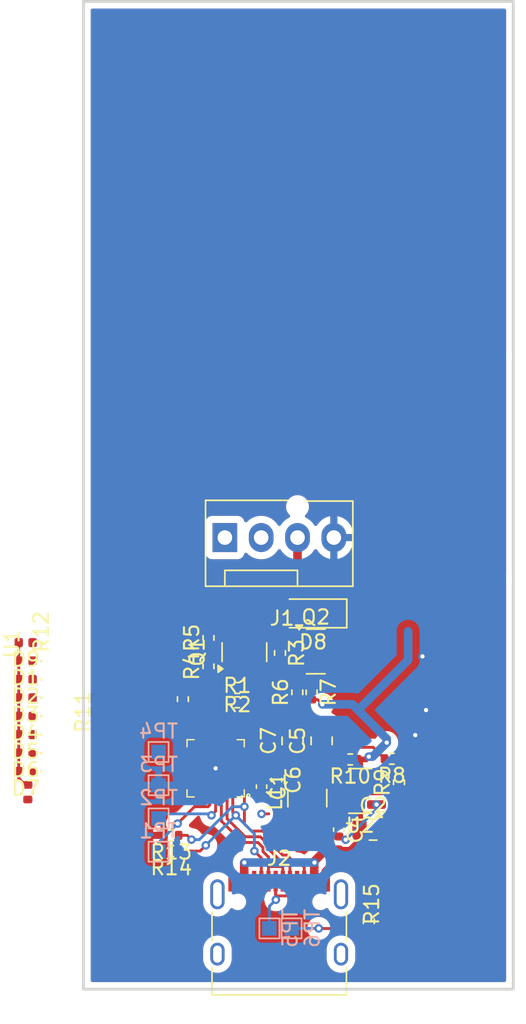
<source format=kicad_pcb>
(kicad_pcb (version 20221018) (generator pcbnew)
  (layers (0 "F.Cu" signal) (31 "B.Cu" signal) (34 "B.Paste" user) (35 "F.Paste" user) (36 "B.SilkS" user "B.Silkscreen") (37 "F.SilkS" user "F.Silkscreen") (38 "B.Mask" user) (39 "F.Mask" user) (44 "Edge.Cuts" user))
  (net 0 "")
  (net 1 "GND")
  (net 2 "VCC")
  (net 3 "CC1")
  (net 4 "UDP")
  (net 5 "UDM")
  (net 6 "CC2")
  (net 8 "SWDIO")
  (net 9 "SWCLK")
  (net 10 "Net-(U2-LX)")
  (net 11 "+5V")
  (net 12 "Net-(Q1-D)")
  (net 13 "FAN_12V")
  (net 14 "FAN_EN")
  (net 15 "5V_PWM")
  (net 16 "TACH")
  (net 17 "V_MEAS")
  (net 18 "Net-(U2-FB)")
  (net 19 "Net-(U2-EN)")
  (net 20 "Net-(D1-A)")
  (net 21 "Net-(TP6-Pin_1)")
  (net 22 "Net-(U1-PB1{slash}T1C3N_{slash}RX4{slash}O2N1{slash}A9{slash}PB5{slash}O1O1{slash}T3C2_{slash}T1BK)")
  (net 23 "Net-(U1-PB4{slash}T2C4_{slash}T3C1_{slash}T2BK_{slash}RX3{slash}O1P2)")
  (net 24 "LED_1")
  (net 25 "Net-(Q1-G)")
  (net 26 "LED_2")
  (net 27 "LED_3")
  (net 28 "LED_4")
  (net 29 "LED_5")
  (net 30 "LED_6")
  (net 32 "LED_7")
  (net 33 "LED_8")
  (net 34 "TKEY1")
  (net 35 "TKEY2")
  (net 36 "TKEY3")
  (net 37 "TX1")
  (net 38 "RX1")
  (net 40 "Net-(U2-BS)")
  (footprint "Capacitor_SMD:C_0402_1005Metric" (layer "F.Cu") (at 183.5 132.6 -90)
    (fp_text reference "C1" (at 0 -1.16 90) (layer "F.SilkS"))
    (fp_text value "0.1uF")
    (pad "1" smd roundrect (at -0.48 0 270) (size 0.56 0.62) (layers "F.Cu" "F.Paste" "F.Mask") (net 11 "+5V"))
    (pad "2" smd roundrect (at 0.48 0 270) (size 0.56 0.62) (layers "F.Cu" "F.Paste" "F.Mask") (net 1 "GND"))
  )
  (footprint "Connector_USB:USB_C_Receptacle_HRO_TYPE-C-31-M-12" (layer "F.Cu") (at 184.734315 143.25)
    (fp_text reference "J2" (at 0 -5.645) (layer "F.SilkS"))
    (fp_text value "USB_C_Receptacle_USB2.0_14P")
    (pad "" np_thru_hole circle locked (at -2.89 -2.6) (size 0.65 0.65) (drill 0.65) (layers "*.Cu" "*.Mask"))
    (pad "" np_thru_hole circle locked (at 2.89 -2.6) (size 0.65 0.65) (drill 0.65) (layers "*.Cu" "*.Mask"))
    (pad "A1" smd rect locked (at -3.25 -4.045) (size 0.6 1.45) (layers "F.Cu" "F.Paste" "F.Mask") (net 1 "GND"))
    (pad "A4" smd rect locked (at -2.45 -4.045) (size 0.6 1.45) (layers "F.Cu" "F.Paste" "F.Mask") (net 2 "VCC"))
    (pad "A5" smd rect locked (at -1.25 -4.045) (size 0.3 1.45) (layers "F.Cu" "F.Paste" "F.Mask") (net 3 "CC1"))
    (pad "A6" smd rect locked (at -0.25 -4.045) (size 0.3 1.45) (layers "F.Cu" "F.Paste" "F.Mask") (net 4 "UDP"))
    (pad "A7" smd rect locked (at 0.25 -4.045) (size 0.3 1.45) (layers "F.Cu" "F.Paste" "F.Mask") (net 5 "UDM"))
    (pad "A8" smd rect locked (at 1.25 -4.045) (size 0.3 1.45) (layers "F.Cu" "F.Paste" "F.Mask"))
    (pad "A9" smd rect locked (at 2.45 -4.045) (size 0.6 1.45) (layers "F.Cu" "F.Paste" "F.Mask") (net 2 "VCC"))
    (pad "A12" smd rect locked (at 3.25 -4.045) (size 0.6 1.45) (layers "F.Cu" "F.Paste" "F.Mask") (net 1 "GND"))
    (pad "B1" smd rect locked (at 3.25 -4.045) (size 0.6 1.45) (layers "F.Cu" "F.Paste" "F.Mask") (net 1 "GND"))
    (pad "B4" smd rect locked (at 2.45 -4.045) (size 0.6 1.45) (layers "F.Cu" "F.Paste" "F.Mask") (net 2 "VCC"))
    (pad "B5" smd rect locked (at 1.75 -4.045) (size 0.3 1.45) (layers "F.Cu" "F.Paste" "F.Mask") (net 6 "CC2"))
    (pad "B6" smd rect locked (at 0.75 -4.045) (size 0.3 1.45) (layers "F.Cu" "F.Paste" "F.Mask") (net 4 "UDP"))
    (pad "B7" smd rect locked (at -0.75 -4.045) (size 0.3 1.45) (layers "F.Cu" "F.Paste" "F.Mask") (net 5 "UDM"))
    (pad "B8" smd rect locked (at -1.75 -4.045) (size 0.3 1.45) (layers "F.Cu" "F.Paste" "F.Mask"))
    (pad "B9" smd rect locked (at -2.45 -4.045) (size 0.6 1.45) (layers "F.Cu" "F.Paste" "F.Mask") (net 2 "VCC"))
    (pad "B12" smd rect locked (at -3.25 -4.045) (size 0.6 1.45) (layers "F.Cu" "F.Paste" "F.Mask") (net 1 "GND"))
    (pad "S1" thru_hole oval locked (at -4.32 -3.13) (size 1 2.1) (drill oval 0.6 1.7) (layers "*.Cu" "*.Mask"))
    (pad "S1" thru_hole oval locked (at -4.32 1.05) (size 1 1.6) (drill oval 0.6 1.2) (layers "*.Cu" "*.Mask"))
    (pad "S1" thru_hole oval locked (at 4.32 -3.13) (size 1 2.1) (drill oval 0.6 1.7) (layers "*.Cu" "*.Mask"))
    (pad "S1" thru_hole oval locked (at 4.32 1.05) (size 1 1.6) (drill oval 0.6 1.2) (layers "*.Cu" "*.Mask"))
  )
  (footprint "Resistor_SMD:R_0402_1005Metric" (layer "F.Cu") (at 181.799999 125.706846 180)
    (fp_text reference "R2" (at 0 -1.17) (layer "F.SilkS"))
    (fp_text value "100K")
    (pad "1" smd roundrect (at -0.51 0 180) (size 0.54 0.64) (layers "F.Cu" "F.Paste" "F.Mask") (net 1 "GND"))
    (pad "2" smd roundrect (at 0.51 0 180) (size 0.54 0.64) (layers "F.Cu" "F.Paste" "F.Mask") (net 25 "Net-(Q1-G)"))
  )
  (footprint "LED_SMD:LED_0402_1005Metric" (layer "F.Cu") (at 167.007499 125.10893 180)
    (fp_text reference "D2" (at 0 -1.17) (layer "F.SilkS"))
    (fp_text value "LED")
    (pad "1" smd roundrect (at -0.485 0 180) (size 0.59 0.64) (layers "F.Cu" "F.Paste" "F.Mask") (net 27 "LED_3"))
    (pad "2" smd roundrect (at 0.485 0 180) (size 0.59 0.64) (layers "F.Cu" "F.Paste" "F.Mask") (net 20 "Net-(D1-A)"))
  )
  (footprint "LED_SMD:LED_0402_1005Metric" (layer "F.Cu") (at 167.007499 122.5375 180)
    (fp_text reference "D9" (at 0 -1.17) (layer "F.SilkS"))
    (fp_text value "LED")
    (pad "1" smd roundrect (at -0.485 0 180) (size 0.59 0.64) (layers "F.Cu" "F.Paste" "F.Mask") (net 24 "LED_1"))
    (pad "2" smd roundrect (at 0.485 0 180) (size 0.59 0.64) (layers "F.Cu" "F.Paste" "F.Mask") (net 20 "Net-(D1-A)"))
  )
  (footprint "Resistor_SMD:R_0402_1005Metric" (layer "F.Cu") (at 181.8 126.706846)
    (fp_text reference "R1" (at 0 -1.17) (layer "F.SilkS"))
    (fp_text value "100R")
    (pad "1" smd roundrect (at -0.51 0) (size 0.54 0.64) (layers "F.Cu" "F.Paste" "F.Mask") (net 25 "Net-(Q1-G)"))
    (pad "2" smd roundrect (at 0.51 0) (size 0.54 0.64) (layers "F.Cu" "F.Paste" "F.Mask") (net 14 "FAN_EN"))
  )
  (footprint "LED_SMD:LED_0402_1005Metric" (layer "F.Cu") (at 167.007499 128.966072 180)
    (fp_text reference "D5" (at 0 -1.17) (layer "F.SilkS"))
    (fp_text value "LED")
    (pad "1" smd roundrect (at -0.485 0 180) (size 0.59 0.64) (layers "F.Cu" "F.Paste" "F.Mask") (net 30 "LED_6"))
    (pad "2" smd roundrect (at 0.485 0 180) (size 0.59 0.64) (layers "F.Cu" "F.Paste" "F.Mask") (net 20 "Net-(D1-A)"))
  )
  (footprint "footprints:QFN-28_L4.0-W4.0-P0.40-BL-EP2.8" (layer "F.Cu") (at 180.28873 131.317157 90)
    (fp_text reference "U1" (at 8.688575 -14.228956 90) (layer "F.SilkS"))
    (fp_text value "CH32X035G8U6")
    (pad "1" smd rect (at -1.2 2 90) (size 0.2 0.7) (layers "F.Cu" "F.Paste" "F.Mask") (net 6 "CC2"))
    (pad "2" smd rect (at -0.8 2 90) (size 0.2 0.7) (layers "F.Cu" "F.Paste" "F.Mask") (net 11 "+5V"))
    (pad "3" smd rect (at -0.4 2 90) (size 0.2 0.7) (layers "F.Cu" "F.Paste" "F.Mask") (net 34 "TKEY1"))
    (pad "4" smd rect (at 0 2 90) (size 0.2 0.7) (layers "F.Cu" "F.Paste" "F.Mask") (net 35 "TKEY2"))
    (pad "5" smd rect (at 0.4 2 90) (size 0.2 0.7) (layers "F.Cu" "F.Paste" "F.Mask") (net 36 "TKEY3"))
    (pad "6" smd rect (at 0.8 2 90) (size 0.2 0.7) (layers "F.Cu" "F.Paste" "F.Mask") (net 17 "V_MEAS"))
    (pad "7" smd rect (at 1.2 2 90) (size 0.2 0.7) (layers "F.Cu" "F.Paste" "F.Mask") (net 24 "LED_1"))
    (pad "8" smd rect (at 2 1.2 90) (size 0.7 0.2) (layers "F.Cu" "F.Paste" "F.Mask") (net 26 "LED_2"))
    (pad "9" smd rect (at 2 0.8 90) (size 0.7 0.2) (layers "F.Cu" "F.Paste" "F.Mask") (net 27 "LED_3"))
    (pad "10" smd rect (at 2 0.4 90) (size 0.7 0.2) (layers "F.Cu" "F.Paste" "F.Mask") (net 28 "LED_4"))
    (pad "11" smd rect (at 2 0 90) (size 0.7 0.2) (layers "F.Cu" "F.Paste" "F.Mask") (net 29 "LED_5"))
    (pad "12" smd rect (at 2 -0.4 90) (size 0.7 0.2) (layers "F.Cu" "F.Paste" "F.Mask") (net 30 "LED_6"))
    (pad "13" smd rect (at 2 -0.8 90) (size 0.7 0.2) (layers "F.Cu" "F.Paste" "F.Mask") (net 32 "LED_7"))
    (pad "14" smd rect (at 2 -1.2 90) (size 0.7 0.2) (layers "F.Cu" "F.Paste" "F.Mask") (net 33 "LED_8"))
    (pad "15" smd rect (at 1.2 -2 90) (size 0.2 0.7) (layers "F.Cu" "F.Paste" "F.Mask") (net 23 "Net-(U1-PB4{slash}T2C4_{slash}T3C1_{slash}T2BK_{slash}RX3{slash}O1P2)"))
    (pad "16" smd rect (at 0.8 -2 90) (size 0.2 0.7) (layers "F.Cu" "F.Paste" "F.Mask") (net 22 "Net-(U1-PB1{slash}T1C3N_{slash}RX4{slash}O2N1{slash}A9{slash}PB5{slash}O1O1{slash}T3C2_{slash}T1BK)"))
    (pad "17" smd rect (at 0.4 -2 90) (size 0.2 0.7) (layers "F.Cu" "F.Paste" "F.Mask") (net 14 "FAN_EN"))
    (pad "18" smd rect (at 0 -2 90) (size 0.2 0.7) (layers "F.Cu" "F.Paste" "F.Mask"))
    (pad "19" smd rect (at -0.4 -2 90) (size 0.2 0.7) (layers "F.Cu" "F.Paste" "F.Mask"))
    (pad "20" smd rect (at -0.8 -2 90) (size 0.2 0.7) (layers "F.Cu" "F.Paste" "F.Mask"))
    (pad "21" smd rect (at -1.2 -2 90) (size 0.2 0.7) (layers "F.Cu" "F.Paste" "F.Mask") (net 37 "TX1"))
    (pad "22" smd rect (at -2 -1.2 90) (size 0.7 0.2) (layers "F.Cu" "F.Paste" "F.Mask") (net 38 "RX1"))
    (pad "23" smd rect (at -2 -0.8 90) (size 0.7 0.2) (layers "F.Cu" "F.Paste" "F.Mask"))
    (pad "24" smd rect (at -2 -0.4 90) (size 0.7 0.2) (layers "F.Cu" "F.Paste" "F.Mask") (net 9 "SWCLK"))
    (pad "25" smd rect (at -2 0 90) (size 0.7 0.2) (layers "F.Cu" "F.Paste" "F.Mask") (net 8 "SWDIO"))
    (pad "26" smd rect (at -2 0.4 90) (size 0.7 0.2) (layers "F.Cu" "F.Paste" "F.Mask") (net 5 "UDM"))
    (pad "27" smd rect (at -2 0.8 90) (size 0.7 0.2) (layers "F.Cu" "F.Paste" "F.Mask") (net 4 "UDP"))
    (pad "28" smd rect (at -2 1.2 90) (size 0.7 0.2) (layers "F.Cu" "F.Paste" "F.Mask") (net 3 "CC1"))
    (pad "29" smd rect (at 0 -0.02 90) (size 2.8 2.8) (layers "F.Cu" "F.Paste" "F.Mask") (net 1 "GND"))
  )
  (footprint "Capacitor_SMD:C_0402_1005Metric" (layer "F.Cu") (at 184.550001 132.13 -90)
    (fp_text reference "C6" (at 0 -1.16 90) (layer "F.SilkS"))
    (fp_text value "0.1uF")
    (pad "1" smd roundrect (at -0.48 0 270) (size 0.56 0.62) (layers "F.Cu" "F.Paste" "F.Mask") (net 11 "+5V"))
    (pad "2" smd roundrect (at 0.48 0 270) (size 0.56 0.62) (layers "F.Cu" "F.Paste" "F.Mask") (net 1 "GND"))
  )
  (footprint "Resistor_SMD:R_0402_1005Metric" (layer "F.Cu") (at 167.157499 132.9875 90)
    (fp_text reference "R12" (at 11.2 0.93 90) (layer "F.SilkS"))
    (fp_text value "5.1K")
    (pad "1" smd roundrect (at -0.51 0 90) (size 0.54 0.64) (layers "F.Cu" "F.Paste" "F.Mask") (net 11 "+5V"))
    (pad "2" smd roundrect (at 0.51 0 90) (size 0.54 0.64) (layers "F.Cu" "F.Paste" "F.Mask") (net 20 "Net-(D1-A)"))
  )
  (footprint "Resistor_SMD:R_0402_1005Metric" (layer "F.Cu") (at 177.19 137.1 180)
    (fp_text reference "R14" (at 0 -1.17) (layer "F.SilkS"))
    (fp_text value "5.1K")
    (pad "1" smd roundrect (at -0.51 0 180) (size 0.54 0.64) (layers "F.Cu" "F.Paste" "F.Mask") (net 3 "CC1"))
    (pad "2" smd roundrect (at 0.51 0 180) (size 0.54 0.64) (layers "F.Cu" "F.Paste" "F.Mask") (net 1 "GND"))
  )
  (footprint "Resistor_SMD:R_0402_1005Metric" (layer "F.Cu") (at 179.79 124.195596 90)
    (fp_text reference "R4" (at 0 -1.17 90) (layer "F.SilkS"))
    (fp_text value "100R")
    (pad "1" smd roundrect (at -0.51 0 90) (size 0.54 0.64) (layers "F.Cu" "F.Paste" "F.Mask") (net 22 "Net-(U1-PB1{slash}T1C3N_{slash}RX4{slash}O2N1{slash}A9{slash}PB5{slash}O1O1{slash}T3C2_{slash}T1BK)"))
    (pad "2" smd roundrect (at 0.51 0 90) (size 0.54 0.64) (layers "F.Cu" "F.Paste" "F.Mask") (net 16 "TACH"))
  )
  (footprint "Resistor_SMD:R_0402_1005Metric" (layer "F.Cu") (at 186 126.01 90)
    (fp_text reference "R6" (at 0 -1.17 90) (layer "F.SilkS"))
    (fp_text value "22K")
    (pad "1" smd roundrect (at -0.51 0 90) (size 0.54 0.64) (layers "F.Cu" "F.Paste" "F.Mask") (net 1 "GND"))
    (pad "2" smd roundrect (at 0.51 0 90) (size 0.54 0.64) (layers "F.Cu" "F.Paste" "F.Mask") (net 17 "V_MEAS"))
  )
  (footprint "LED_SMD:LED_0402_1005Metric" (layer "F.Cu") (at 167.007499 127.680358 180)
    (fp_text reference "D4" (at 0 -1.17) (layer "F.SilkS"))
    (fp_text value "LED")
    (pad "1" smd roundrect (at -0.485 0 180) (size 0.59 0.64) (layers "F.Cu" "F.Paste" "F.Mask") (net 29 "LED_5"))
    (pad "2" smd roundrect (at 0.485 0 180) (size 0.59 0.64) (layers "F.Cu" "F.Paste" "F.Mask") (net 20 "Net-(D1-A)"))
  )
  (footprint "Resistor_SMD:R_0402_1005Metric" (layer "F.Cu") (at 189.699999 130.699999 180)
    (fp_text reference "R10" (at 0 -1.17) (layer "F.SilkS"))
    (fp_text value "100K")
    (pad "1" smd roundrect (at -0.51 0 180) (size 0.54 0.64) (layers "F.Cu" "F.Paste" "F.Mask") (net 2 "VCC"))
    (pad "2" smd roundrect (at 0.51 0 180) (size 0.54 0.64) (layers "F.Cu" "F.Paste" "F.Mask") (net 19 "Net-(U2-EN)"))
  )
  (footprint "Capacitor_SMD:C_0805_2012Metric" (layer "F.Cu") (at 185.67 129.4 90)
    (fp_text reference "C7" (at 0 -1.68 90) (layer "F.SilkS"))
    (fp_text value "10uF")
    (pad "1" smd roundrect (at -0.95 0 90) (size 1 1.45) (layers "F.Cu" "F.Paste" "F.Mask") (net 11 "+5V"))
    (pad "2" smd roundrect (at 0.95 0 90) (size 1 1.45) (layers "F.Cu" "F.Paste" "F.Mask") (net 1 "GND"))
  )
  (footprint "Inductor_SMD:L_1210_3225Metric" (layer "F.Cu") (at 186.7 133.4 90)
    (fp_text reference "L1" (at 0 -2.28 90) (layer "F.SilkS"))
    (fp_text value "4.7uH")
    (pad "1" smd roundrect (at -1.4 0 90) (size 1.25 2.65) (layers "F.Cu" "F.Paste" "F.Mask") (roundrect_rratio 0.2) (net 10 "Net-(U2-LX)"))
    (pad "2" smd roundrect (at 1.4 0 90) (size 1.25 2.65) (layers "F.Cu" "F.Paste" "F.Mask") (roundrect_rratio 0.2) (net 11 "+5V"))
  )
  (footprint "Package_TO_SOT_SMD:SOT-23-6" (layer "F.Cu") (at 190.400001 132.9 180)
    (fp_text reference "U2" (at 0 -2.4) (layer "F.SilkS"))
    (fp_text value "SY8201ABC")
    (pad "1" smd roundrect (at -1.1375 -0.95 180) (size 1.325 0.6) (layers "F.Cu" "F.Paste" "F.Mask") (net 40 "Net-(U2-BS)"))
    (pad "2" smd roundrect (at -1.1375 0 180) (size 1.325 0.6) (layers "F.Cu" "F.Paste" "F.Mask") (net 1 "GND"))
    (pad "3" smd roundrect (at -1.1375 0.95 180) (size 1.325 0.6) (layers "F.Cu" "F.Paste" "F.Mask") (net 18 "Net-(U2-FB)"))
    (pad "4" smd roundrect (at 1.1375 0.95 180) (size 1.325 0.6) (layers "F.Cu" "F.Paste" "F.Mask") (net 19 "Net-(U2-EN)"))
    (pad "5" smd roundrect (at 1.1375 0 180) (size 1.325 0.6) (layers "F.Cu" "F.Paste" "F.Mask") (net 2 "VCC"))
    (pad "6" smd roundrect (at 1.1375 -0.95 180) (size 1.325 0.6) (layers "F.Cu" "F.Paste" "F.Mask") (net 10 "Net-(U2-LX)"))
  )
  (footprint "Package_TO_SOT_SMD:SOT-23" (layer "F.Cu") (at 187.29 123.155596)
    (fp_text reference "Q2" (at 0 -2.4) (layer "F.SilkS"))
    (fp_text value "3401")
    (pad "1" smd roundrect (at -0.9375 -0.95) (size 1.475 0.6) (layers "F.Cu" "F.Paste" "F.Mask") (net 12 "Net-(Q1-D)"))
    (pad "2" smd roundrect (at -0.9375 0.95) (size 1.475 0.6) (layers "F.Cu" "F.Paste" "F.Mask") (net 2 "VCC"))
    (pad "3" smd roundrect (at 0.9375 0) (size 1.475 0.6) (layers "F.Cu" "F.Paste" "F.Mask") (net 13 "FAN_12V"))
  )
  (footprint "Resistor_SMD:R_0402_1005Metric" (layer "F.Cu") (at 193.11 132.3 90)
    (fp_text reference "R9" (at 0 -1.17 90) (layer "F.SilkS"))
    (fp_text value "10K")
    (pad "1" smd roundrect (at -0.51 0 90) (size 0.54 0.64) (layers "F.Cu" "F.Paste" "F.Mask") (net 1 "GND"))
    (pad "2" smd roundrect (at 0.51 0 90) (size 0.54 0.64) (layers "F.Cu" "F.Paste" "F.Mask") (net 18 "Net-(U2-FB)"))
  )
  (footprint "Resistor_SMD:R_0402_1005Metric" (layer "F.Cu") (at 192.61 130.649999 180)
    (fp_text reference "R8" (at 0 -1.17) (layer "F.SilkS"))
    (fp_text value "71K")
    (pad "1" smd roundrect (at -0.51 0 180) (size 0.54 0.64) (layers "F.Cu" "F.Paste" "F.Mask") (net 18 "Net-(U2-FB)"))
    (pad "2" smd roundrect (at 0.51 0 180) (size 0.54 0.64) (layers "F.Cu" "F.Paste" "F.Mask") (net 11 "+5V"))
  )
  (footprint "LED_SMD:LED_0402_1005Metric" (layer "F.Cu") (at 167.007499 126.394644 180)
    (fp_text reference "D3" (at 0 -1.17) (layer "F.SilkS"))
    (fp_text value "LED")
    (pad "1" smd roundrect (at -0.485 0 180) (size 0.59 0.64) (layers "F.Cu" "F.Paste" "F.Mask") (net 28 "LED_4"))
    (pad "2" smd roundrect (at 0.485 0 180) (size 0.59 0.64) (layers "F.Cu" "F.Paste" "F.Mask") (net 20 "Net-(D1-A)"))
  )
  (footprint "Resistor_SMD:R_0402_1005Metric" (layer "F.Cu") (at 184.79 123.262012 -90)
    (fp_text reference "R3" (at 0 -1.17 90) (layer "F.SilkS"))
    (fp_text value "100K")
    (pad "1" smd roundrect (at -0.51 0 270) (size 0.54 0.64) (layers "F.Cu" "F.Paste" "F.Mask") (net 12 "Net-(Q1-D)"))
    (pad "2" smd roundrect (at 0.51 0 270) (size 0.54 0.64) (layers "F.Cu" "F.Paste" "F.Mask") (net 2 "VCC"))
  )
  (footprint "LED_SMD:LED_0402_1005Metric" (layer "F.Cu") (at 167.007499 131.5375 180)
    (fp_text reference "D7" (at 0 -1.17) (layer "F.SilkS"))
    (fp_text value "LED")
    (pad "1" smd roundrect (at -0.485 0 180) (size 0.59 0.64) (layers "F.Cu" "F.Paste" "F.Mask") (net 33 "LED_8"))
    (pad "2" smd roundrect (at 0.485 0 180) (size 0.59 0.64) (layers "F.Cu" "F.Paste" "F.Mask") (net 20 "Net-(D1-A)"))
  )
  (footprint "Resistor_SMD:R_0402_1005Metric" (layer "F.Cu") (at 187 126.01 -90)
    (fp_text reference "R7" (at 0 -1.17 90) (layer "F.SilkS"))
    (fp_text value "100K")
    (pad "1" smd roundrect (at -0.51 0 270) (size 0.54 0.64) (layers "F.Cu" "F.Paste" "F.Mask") (net 17 "V_MEAS"))
    (pad "2" smd roundrect (at 0.51 0 270) (size 0.54 0.64) (layers "F.Cu" "F.Paste" "F.Mask") (net 2 "VCC"))
  )
  (footprint "LED_SMD:LED_0402_1005Metric" (layer "F.Cu") (at 167.007499 123.823216 180)
    (fp_text reference "D1" (at 0 -1.17) (layer "F.SilkS"))
    (fp_text value "LED")
    (pad "1" smd roundrect (at -0.485 0 180) (size 0.59 0.64) (layers "F.Cu" "F.Paste" "F.Mask") (net 26 "LED_2"))
    (pad "2" smd roundrect (at 0.485 0 180) (size 0.59 0.64) (layers "F.Cu" "F.Paste" "F.Mask") (net 20 "Net-(D1-A)"))
  )
  (footprint "Resistor_SMD:R_0402_1005Metric" (layer "F.Cu") (at 179.79 122.205596 90)
    (fp_text reference "R5" (at 0 -1.17 90) (layer "F.SilkS"))
    (fp_text value "5.1K")
    (pad "1" smd roundrect (at -0.51 0 90) (size 0.54 0.64) (layers "F.Cu" "F.Paste" "F.Mask") (net 16 "TACH"))
    (pad "2" smd roundrect (at 0.51 0 90) (size 0.54 0.64) (layers "F.Cu" "F.Paste" "F.Mask") (net 11 "+5V"))
  )
  (footprint "Capacitor_SMD:C_0805_2012Metric" (layer "F.Cu") (at 191.3 135.600001)
    (fp_text reference "C2" (at 0 -1.68) (layer "F.SilkS"))
    (fp_text value "10uF")
    (pad "1" smd roundrect (at -0.95 0) (size 1 1.45) (layers "F.Cu" "F.Paste" "F.Mask") (net 2 "VCC"))
    (pad "2" smd roundrect (at 0.95 0) (size 1 1.45) (layers "F.Cu" "F.Paste" "F.Mask") (net 1 "GND"))
  )
  (footprint "Capacitor_SMD:C_0805_2012Metric" (layer "F.Cu") (at 187.7 129.4 90)
    (fp_text reference "C5" (at 0 -1.68 90) (layer "F.SilkS"))
    (fp_text value "10uF")
    (pad "1" smd roundrect (at -0.95 0 90) (size 1 1.45) (layers "F.Cu" "F.Paste" "F.Mask") (net 11 "+5V"))
    (pad "2" smd roundrect (at 0.95 0 90) (size 1 1.45) (layers "F.Cu" "F.Paste" "F.Mask") (net 1 "GND"))
  )
  (footprint "LED_SMD:LED_0402_1005Metric" (layer "F.Cu") (at 167.007499 130.251786 180)
    (fp_text reference "D6" (at 0 -1.17) (layer "F.SilkS"))
    (fp_text value "LED")
    (pad "1" smd roundrect (at -0.485 0 180) (size 0.59 0.64) (layers "F.Cu" "F.Paste" "F.Mask") (net 32 "LED_7"))
    (pad "2" smd roundrect (at 0.485 0 180) (size 0.59 0.64) (layers "F.Cu" "F.Paste" "F.Mask") (net 20 "Net-(D1-A)"))
  )
  (footprint "Capacitor_SMD:C_0402_1005Metric" (layer "F.Cu") (at 188.9 135.6 -90)
    (fp_text reference "C4" (at 0 -1.16 90) (layer "F.SilkS"))
    (fp_text value "0.1uF")
    (pad "1" smd roundrect (at -0.48 0 270) (size 0.56 0.62) (layers "F.Cu" "F.Paste" "F.Mask") (net 10 "Net-(U2-LX)"))
    (pad "2" smd roundrect (at 0.48 0 270) (size 0.56 0.62) (layers "F.Cu" "F.Paste" "F.Mask") (net 40 "Net-(U2-BS)"))
  )
  (footprint "Connector:FanPinHeader_1x04_P2.54mm_Vertical" (layer "F.Cu") (at 180.934315 115.2)
    (fp_text reference "J1" (at 4 5.635) (layer "F.SilkS"))
    (fp_text value "470533000")
    (pad "" np_thru_hole circle (at 5.08 -2.16 90) (size 1.1 1.1) (drill 1.1) (layers "*.Cu" "*.Mask"))
    (pad "1" thru_hole rect (at 0 0 90) (size 2.03 1.73) (drill 1.02) (layers "*.Cu" "*.Mask") (net 15 "5V_PWM"))
    (pad "2" thru_hole oval (at 2.54 0 90) (size 2.03 1.73) (drill 1.02) (layers "*.Cu" "*.Mask") (net 16 "TACH"))
    (pad "3" thru_hole oval (at 5.08 0 90) (size 2.03 1.73) (drill 1.02) (layers "*.Cu" "*.Mask") (net 13 "FAN_12V"))
    (pad "4" thru_hole oval (at 7.62 0 90) (size 2.03 1.73) (drill 1.02) (layers "*.Cu" "*.Mask") (net 1 "GND"))
  )
  (footprint "Package_TO_SOT_SMD:SOT-23" (layer "F.Cu") (at 182.3 123.206846 90)
    (fp_text reference "Q1" (at 0 -3.3 90) (layer "F.SilkS"))
    (fp_text value "BSS138")
    (pad "1" smd roundrect (at -0.9375 -0.95 90) (size 1.475 0.6) (layers "F.Cu" "F.Paste" "F.Mask") (net 25 "Net-(Q1-G)"))
    (pad "2" smd roundrect (at -0.9375 0.95 90) (size 1.475 0.6) (layers "F.Cu" "F.Paste" "F.Mask") (net 1 "GND"))
    (pad "3" smd roundrect (at 0.9375 0 90) (size 1.475 0.6) (layers "F.Cu" "F.Paste" "F.Mask") (net 12 "Net-(Q1-D)"))
  )
  (footprint "Resistor_SMD:R_0402_1005Metric" (layer "F.Cu") (at 191 142 90)
    (fp_text reference "R15" (at 1.2 0.2 90) (layer "F.SilkS"))
    (fp_text value "5.1K")
    (pad "1" smd roundrect (at -0.51 0 90) (size 0.54 0.64) (layers "F.Cu" "F.Paste" "F.Mask") (net 21 "Net-(TP6-Pin_1)"))
    (pad "2" smd roundrect (at 0.51 0 90) (size 0.54 0.64) (layers "F.Cu" "F.Paste" "F.Mask") (net 11 "+5V"))
  )
  (footprint "Diode_SMD:D_SOD-123" (layer "F.Cu") (at 187.1 120.5 180)
    (fp_text reference "D8" (at 0 -2) (layer "F.SilkS"))
    (fp_text value "BZT52C13")
    (pad "1" smd roundrect (at -1.65 0 180) (size 0.9 1.2) (layers "F.Cu" "F.Paste" "F.Mask") (net 13 "FAN_12V"))
    (pad "2" smd roundrect (at 1.65 0 180) (size 0.9 1.2) (layers "F.Cu" "F.Paste" "F.Mask") (net 1 "GND"))
  )
  (footprint "Resistor_SMD:R_0402_1005Metric" (layer "F.Cu") (at 178 126.49 90)
    (fp_text reference "R11" (at -0.9 -7 90) (layer "F.SilkS"))
    (fp_text value "100R")
    (pad "1" smd roundrect (at -0.51 0 90) (size 0.54 0.64) (layers "F.Cu" "F.Paste" "F.Mask") (net 23 "Net-(U1-PB4{slash}T2C4_{slash}T3C1_{slash}T2BK_{slash}RX3{slash}O1P2)"))
    (pad "2" smd roundrect (at 0.51 0 90) (size 0.54 0.64) (layers "F.Cu" "F.Paste" "F.Mask") (net 15 "5V_PWM"))
  )
  (footprint "Resistor_SMD:R_0402_1005Metric" (layer "F.Cu") (at 177.19 136 180)
    (fp_text reference "R13" (at 0 -1.17) (layer "F.SilkS"))
    (fp_text value "5.1K")
    (pad "1" smd roundrect (at -0.51 0 180) (size 0.54 0.64) (layers "F.Cu" "F.Paste" "F.Mask") (net 6 "CC2"))
    (pad "2" smd roundrect (at 0.51 0 180) (size 0.54 0.64) (layers "F.Cu" "F.Paste" "F.Mask") (net 1 "GND"))
  )
  (footprint "TestPoint:TestPoint_Pad_1.0x1.0mm" (layer "B.Cu") (at 176.3 134.822222 180)
    (fp_text reference "TP2" (at 0 1.448) (layer "B.SilkS") (effects (justify mirror)))
    (fp_text value "TEST_PAD")
    (pad "1" smd rect (at 0 0 180) (size 1 1) (layers "B.Cu" "B.Mask") (net 8 "SWDIO"))
  )
  (footprint "TestPoint:TestPoint_Pad_1.0x1.0mm" (layer "B.Cu") (at 184.049998 142.5 90)
    (fp_text reference "TP5" (at 0 1.448 90) (layer "B.SilkS") (effects (justify mirror)))
    (fp_text value "TEST_PAD")
    (pad "1" smd rect (at 0 0 90) (size 1 1) (layers "B.Cu" "B.Mask") (net 4 "UDP"))
  )
  (footprint "TestPoint:TestPoint_Pad_1.0x1.0mm" (layer "B.Cu") (at 176.3 130.177778 180)
    (fp_text reference "TP4" (at 0 1.448) (layer "B.SilkS") (effects (justify mirror)))
    (fp_text value "TEST_PAD")
    (pad "1" smd rect (at 0 0 180) (size 1 1) (layers "B.Cu" "B.Mask") (net 11 "+5V"))
  )
  (footprint "TestPoint:TestPoint_Pad_1.0x1.0mm" (layer "B.Cu") (at 176.3 132.5 180)
    (fp_text reference "TP3" (at 0 1.448) (layer "B.SilkS") (effects (justify mirror)))
    (fp_text value "TEST_PAD")
    (pad "1" smd rect (at 0 0 180) (size 1 1) (layers "B.Cu" "B.Mask") (net 1 "GND"))
  )
  (footprint "TestPoint:TestPoint_Pad_1.0x1.0mm" (layer "B.Cu") (at 185.599999 142.5 90)
    (fp_text reference "TP6" (at 0 1.448 90) (layer "B.SilkS") (effects (justify mirror)))
    (fp_text value "TEST_PAD")
    (pad "1" smd rect (at 0 0 90) (size 1 1) (layers "B.Cu" "B.Mask") (net 21 "Net-(TP6-Pin_1)"))
  )
  (footprint "TestPoint:TestPoint_Pad_1.0x1.0mm" (layer "B.Cu") (at 176.3 137.144445 180)
    (fp_text reference "TP1" (at 0 1.448) (layer "B.SilkS") (effects (justify mirror)))
    (fp_text value "TEST_PAD")
    (pad "1" smd rect (at 0 0 180) (size 1 1) (layers "B.Cu" "B.Mask") (net 9 "SWCLK"))
  )
  (gr_rect (start 171.05 77.75) (end 201.1 146.75) (stroke (width 0.2)) (fill none) (layer "Edge.Cuts"))
  (segment (start 184 134.5) (end 183.5 134.5) (width 0.2) (layer "F.Cu") (net 0))
  (via (at 183.5 134.5) (size 0.6) (drill 0.3) (layers "F.Cu" "B.Cu") (net 0))
  (segment (start 183.25 124.75) (end 183.25 124.144346) (width 0.6) (layer "F.Cu") (net 1))
  (segment (start 181.484315 138.68556) (end 181.048755 138.25) (width 0.6) (layer "F.Cu") (net 1))
  (segment (start 180.317157 131.317157) (end 180.5 131.5) (width 0.2) (layer "F.Cu") (net 1))
  (segment (start 181.048755 138.25) (end 179.75 138.25) (width 0.6) (layer "F.Cu") (net 1))
  (segment (start 182.31 125.706846) (end 182.31 125.69) (width 0.6) (layer "F.Cu") (net 1))
  (segment (start 188.27949 138.25) (end 190.5 138.25) (width 0.6) (layer "F.Cu") (net 1))
  (segment (start 180.26873 131.317157) (end 180.317157 131.317157) (width 0.2) (layer "F.Cu") (net 1))
  (segment (start 187.984315 139.205) (end 187.984315 138.545175) (width 0.6) (layer "F.Cu") (net 1))
  (segment (start 182.31 125.69) (end 183.25 124.75) (width 0.6) (layer "F.Cu") (net 1))
  (segment (start 181.484315 139.205) (end 181.484315 138.68556) (width 0.6) (layer "F.Cu") (net 1))
  (segment (start 187.984315 138.545175) (end 188.27949 138.25) (width 0.6) (layer "F.Cu") (net 1))
  (via (at 194.25 129) (size 0.6) (drill 0.3) (layers "F.Cu" "B.Cu") (net 1))
  (via (at 195 127.25) (size 0.6) (drill 0.3) (layers "F.Cu" "B.Cu") (net 1))
  (via (at 194.75 123.5) (size 0.6) (drill 0.3) (layers "F.Cu" "B.Cu") (net 1))
  (via (at 180.28873 131.317157) (size 0.6) (drill 0.3) (layers "F.Cu" "B.Cu") (net 1))
  (segment (start 187 126.52) (end 187.42 126.52) (width 0.2) (layer "F.Cu") (net 2))
  (segment (start 189.925 132.9) (end 190.4 132.425) (width 0.4) (layer "F.Cu") (net 2))
  (segment (start 190.35 135.600001) (end 190.35 136.469727) (width 0.6) (layer "F.Cu") (net 2))
  (segment (start 189.713952 137.105775) (end 189.05121 137.105775) (width 0.6) (layer "F.Cu") (net 2))
  (segment (start 182.284315 139.205) (end 182.284315 137.915685) (width 0.6) (layer "F.Cu") (net 2))
  (segment (start 182.284315 137.915685) (end 182.3 137.9) (width 0.6) (layer "F.Cu") (net 2))
  (segment (start 189.262501 132.9) (end 189.925 132.9) (width 0.4) (layer "F.Cu") (net 2))
  (segment (start 190.4 130.89) (end 190.209999 130.699999) (width 0.4) (layer "F.Cu") (net 2))
  (segment (start 188.945435 137) (end 188 137) (width 0.6) (layer "F.Cu") (net 2))
  (segment (start 189.924999 132.9) (end 189.262501 132.9) (width 0.2) (layer "F.Cu") (net 2))
  (segment (start 190.800001 130.699999) (end 191 130.5) (width 0.4) (layer "F.Cu") (net 2))
  (segment (start 190.35 136.469727) (end 189.713952 137.105775) (width 0.6) (layer "F.Cu") (net 2))
  (segment (start 190.209999 130.699999) (end 190.800001 130.699999) (width 0.4) (layer "F.Cu") (net 2))
  (segment (start 187.2 137.9) (end 187.184315 137.915685) (width 0.6) (layer "F.Cu") (net 2))
  (segment (start 189.05121 137.105775) (end 188.945435 137) (width 0.6) (layer "F.Cu") (net 2))
  (segment (start 186.34251 124.115586) (end 186.3525 124.105596) (width 0.6) (layer "F.Cu") (net 2))
  (segment (start 185.133574 124.115586) (end 186.34251 124.115586) (width 0.6) (layer "F.Cu") (net 2))
  (segment (start 188 137) (end 187.2 137.8) (width 0.6) (layer "F.Cu") (net 2))
  (segment (start 187.2 137.8) (end 187.2 137.9) (width 0.6) (layer "F.Cu") (net 2))
  (segment (start 190.4 132.425) (end 190.4 130.89) (width 0.4) (layer "F.Cu") (net 2))
  (segment (start 187.42 126.52) (end 187.75 126.85) (width 0.2) (layer "F.Cu") (net 2))
  (segment (start 190.400001 135.55) (end 190.4 133.375001) (width 0.4) (layer "F.Cu") (net 2))
  (segment (start 190.4 133.375001) (end 189.924999 132.9) (width 0.4) (layer "F.Cu") (net 2))
  (segment (start 187.184315 137.915685) (end 187.184315 139.205) (width 0.6) (layer "F.Cu") (net 2))
  (segment (start 184.79 123.772012) (end 185.133574 124.115586) (width 0.6) (layer "F.Cu") (net 2))
  (segment (start 190.35 135.6) (end 190.400001 135.55) (width 0.4) (layer "F.Cu") (net 2))
  (via (at 192.252271 129.523351) (size 0.6) (drill 0.3) (layers "F.Cu" "B.Cu") (net 2))
  (via (at 182.3 137.9) (size 0.6) (drill 0.3) (layers "F.Cu" "B.Cu") (net 2))
  (via (at 191 130.5) (size 0.6) (drill 0.3) (layers "F.Cu" "B.Cu") (net 2))
  (via (at 187.2 137.9) (size 0.6) (drill 0.3) (layers "F.Cu" "B.Cu") (net 2))
  (via (at 187.75 126.85) (size 0.6) (drill 0.3) (layers "F.Cu" "B.Cu") (net 2))
  (segment (start 182.3 137.9) (end 187.2 137.9) (width 0.6) (layer "B.Cu") (net 2))
  (segment (start 190.25 127.25) (end 189.85 126.85) (width 0.6) (layer "B.Cu") (net 2))
  (segment (start 191.275622 130.5) (end 192.252271 129.523351) (width 0.6) (layer "B.Cu") (net 2))
  (segment (start 192.252271 129.252271) (end 190.25 127.25) (width 0.6) (layer "B.Cu") (net 2))
  (segment (start 193.75 123.75) (end 193.75 121.75) (width 0.6) (layer "B.Cu") (net 2))
  (segment (start 192.252271 129.523351) (end 192.252271 129.252271) (width 0.6) (layer "B.Cu") (net 2))
  (segment (start 190.25 127.25) (end 193.75 123.75) (width 0.6) (layer "B.Cu") (net 2))
  (segment (start 191 130.5) (end 191.275622 130.5) (width 0.6) (layer "B.Cu") (net 2))
  (segment (start 189.85 126.85) (end 187.75 126.85) (width 0.6) (layer "B.Cu") (net 2))
  (segment (start 183.484315 137.584315) (end 183.484315 139.205) (width 0.2) (layer "F.Cu") (net 3))
  (segment (start 181.48873 134.38873) (end 181.7 134.6) (width 0.2) (layer "F.Cu") (net 3))
  (segment (start 179.2 137.1) (end 179.6 136.7) (width 0.2) (layer "F.Cu") (net 3))
  (segment (start 177.7 137.1) (end 179.2 137.1) (width 0.2) (layer "F.Cu") (net 3))
  (segment (start 183 137.1) (end 183.484315 137.584315) (width 0.2) (layer "F.Cu") (net 3))
  (segment (start 181.48873 133.317157) (end 181.48873 134.38873) (width 0.2) (layer "F.Cu") (net 3))
  (via (at 181.7 134.6) (size 0.6) (drill 0.3) (layers "F.Cu" "B.Cu") (net 3))
  (via (at 179.6 136.7) (size 0.6) (drill 0.3) (layers "F.Cu" "B.Cu") (net 3))
  (via (at 183 137.1) (size 0.6) (drill 0.3) (layers "F.Cu" "B.Cu") (net 3))
  (segment (start 183 135.9) (end 181.7 134.6) (width 0.2) (layer "B.Cu") (net 3))
  (segment (start 179.6 136.7) (end 181.7 134.6) (width 0.2) (layer "B.Cu") (net 3))
  (segment (start 183 137.1) (end 183 135.9) (width 0.2) (layer "B.Cu") (net 3))
  (segment (start 184 136.968628) (end 184.811372 137.78) (width 0.2) (layer "F.Cu") (net 4))
  (segment (start 185.484315 140.18) (end 185.484315 139.205) (width 0.2) (layer "F.Cu") (net 4))
  (segment (start 185.434315 140.23) (end 185.484315 140.18) (width 0.2) (layer "F.Cu") (net 4))
  (segment (start 181.08873 134.837259) (end 182.351471 136.1) (width 0.2) (layer "F.Cu") (net 4))
  (segment (start 184.484315 139.205) (end 184.484315 140) (width 0.2) (layer "F.Cu") (net 4))
  (segment (start 184.484315 140.484315) (end 184.5 140.5) (width 0.2) (layer "F.Cu") (net 4))
  (segment (start 184.811372 137.78) (end 185.100001 137.78) (width 0.2) (layer "F.Cu") (net 4))
  (segment (start 181.08873 133.317157) (end 181.08873 134.837259) (width 0.2) (layer "F.Cu") (net 4))
  (segment (start 184.484315 140) (end 184.484315 140.18) (width 0.2) (layer "F.Cu") (net 4))
  (segment (start 184.484315 140) (end 184.484315 140.484315) (width 0.2) (layer "F.Cu") (net 4))
  (segment (start 185.100001 137.78) (end 185.484315 138.164314) (width 0.2) (layer "F.Cu") (net 4))
  (segment (start 185.484315 138.164314) (end 185.484315 139.205) (width 0.2) (layer "F.Cu") (net 4))
  (segment (start 183.414215 136.1) (end 184 136.685786) (width 0.2) (layer "F.Cu") (net 4))
  (segment (start 184 136.685786) (end 184 136.968628) (width 0.2) (layer "F.Cu") (net 4))
  (segment (start 182.351471 136.1) (end 183.414215 136.1) (width 0.2) (layer "F.Cu") (net 4))
  (segment (start 184.534315 140.23) (end 185.434315 140.23) (width 0.2) (layer "F.Cu") (net 4))
  (segment (start 184.484315 140.18) (end 184.534315 140.23) (width 0.2) (layer "F.Cu") (net 4))
  (via (at 184.5 140.5) (size 0.6) (drill 0.3) (layers "F.Cu" "B.Cu") (net 4))
  (segment (start 184.5 140.5) (end 184.049998 140.950002) (width 0.2) (layer "B.Cu") (net 4))
  (segment (start 184.049998 140.950002) (end 184.049998 142.5) (width 0.2) (layer "B.Cu") (net 4))
  (segment (start 184.984315 138.23) (end 184.934315 138.18) (width 0.2) (layer "F.Cu") (net 5))
  (segment (start 182.185785 136.5) (end 183.248529 136.5) (width 0.2) (layer "F.Cu") (net 5))
  (segment (start 184.034315 138.18) (end 183.984315 138.23) (width 0.2) (layer "F.Cu") (net 5))
  (segment (start 183.6 136.851471) (end 183.6 137.134314) (width 0.2) (layer "F.Cu") (net 5))
  (segment (start 183.248529 136.5) (end 183.6 136.851471) (width 0.2) (layer "F.Cu") (net 5))
  (segment (start 183.984315 137.518629) (end 183.984315 138.23) (width 0.2) (layer "F.Cu") (net 5))
  (segment (start 183.6 137.134314) (end 183.984315 137.518629) (width 0.2) (layer "F.Cu") (net 5))
  (segment (start 180.68873 133.317157) (end 180.68873 135.002945) (width 0.2) (layer "F.Cu") (net 5))
  (segment (start 183.984315 138.23) (end 183.984315 139.205) (width 0.2) (layer "F.Cu") (net 5))
  (segment (start 184.984315 139.205) (end 184.984315 138.23) (width 0.2) (layer "F.Cu") (net 5))
  (segment (start 180.68873 135.002945) (end 182.185785 136.5) (width 0.2) (layer "F.Cu") (net 5))
  (segment (start 184.934315 138.18) (end 184.034315 138.18) (width 0.2) (layer "F.Cu") (net 5))
  (segment (start 177.7 136) (end 178.3 136) (width 0.2) (layer "F.Cu") (net 6))
  (segment (start 182.3 134) (end 182.3 135.2) (width 0.2) (layer "F.Cu") (net 6))
  (segment (start 186.054315 137.8) (end 186.484315 138.23) (width 0.2) (layer "F.Cu") (net 6))
  (segment (start 182.3 135.2) (end 182.800001 135.700001) (width 0.2) (layer "F.Cu") (net 6))
  (segment (start 185.265687 137.38) (end 185.685687 137.8) (width 0.2) (layer "F.Cu") (net 6))
  (segment (start 182.3 132.528427) (end 182.3 134) (width 0.2) (layer "F.Cu") (net 6))
  (segment (start 184.977058 137.38) (end 185.265687 137.38) (width 0.2) (layer "F.Cu") (net 6))
  (segment (start 185.685687 137.8) (end 186.054315 137.8) (width 0.2) (layer "F.Cu") (net 6))
  (segment (start 182.28873 132.517157) (end 182.3 132.528427) (width 0.2) (layer "F.Cu") (net 6))
  (segment (start 178.3 136) (end 178.6 136.3) (width 0.2) (layer "F.Cu") (net 6))
  (segment (start 184.4 136.802942) (end 184.977058 137.38) (width 0.2) (layer "F.Cu") (net 6))
  (segment (start 183.579901 135.700001) (end 184.4 136.520101) (width 0.2) (layer "F.Cu") (net 6))
  (segment (start 184.4 136.520101) (end 184.4 136.802942) (width 0.2) (layer "F.Cu") (net 6))
  (segment (start 182.800001 135.700001) (end 183.579901 135.700001) (width 0.2) (layer "F.Cu") (net 6))
  (segment (start 186.484315 138.23) (end 186.484315 139.205) (width 0.2) (layer "F.Cu") (net 6))
  (via (at 182.3 134) (size 0.6) (drill 0.3) (layers "F.Cu" "B.Cu") (net 6))
  (via (at 178.6 136.3) (size 0.6) (drill 0.3) (layers "F.Cu" "B.Cu") (net 6))
  (segment (start 179.151471 136.3) (end 181.451471 134) (width 0.2) (layer "B.Cu") (net 6))
  (segment (start 181.451471 134) (end 182.3 134) (width 0.2) (layer "B.Cu") (net 6))
  (segment (start 178.6 136.3) (end 179.151471 136.3) (width 0.2) (layer "B.Cu") (net 6))
  (segment (start 180.28873 134.31127) (end 180.28873 133.317157) (width 0.2) (layer "F.Cu") (net 8))
  (segment (start 180 134.6) (end 180.28873 134.31127) (width 0.2) (layer "F.Cu") (net 8))
  (via (at 180 134.6) (size 0.6) (drill 0.3) (layers "F.Cu" "B.Cu") (net 8))
  (segment (start 176.3 134.822222) (end 176.622222 134.5) (width 0.2) (layer "B.Cu") (net 8))
  (segment (start 179.9 134.5) (end 180 134.6) (width 0.2) (layer "B.Cu") (net 8))
  (segment (start 176.622222 134.5) (end 179.9 134.5) (width 0.2) (layer "B.Cu") (net 8))
  (segment (start 178.810913 134) (end 179.755887 134) (width 0.2) (layer "F.Cu") (net 9))
  (segment (start 177.630912 135.180001) (end 178.810913 134) (width 0.2) (layer "F.Cu") (net 9))
  (segment (start 179.88873 133.867157) (end 179.88873 133.317157) (width 0.2) (layer "F.Cu") (net 9))
  (segment (start 179.755887 134) (end 179.88873 133.867157) (width 0.2) (layer "F.Cu") (net 9))
  (via (at 177.630912 135.180001) (size 0.6) (drill 0.3) (layers "F.Cu" "B.Cu") (net 9))
  (segment (start 176.3 136.510913) (end 176.3 137.144445) (width 0.2) (layer "B.Cu") (net 9))
  (segment (start 177.630912 135.180001) (end 176.3 136.510913) (width 0.2) (layer "B.Cu") (net 9))
  (segment (start 188.96287 133.85) (end 188.9 133.91287) (width 0.2) (layer "F.Cu") (net 10))
  (segment (start 189.2625 133.85) (end 188.96287 133.85) (width 0.2) (layer "F.Cu") (net 10))
  (segment (start 189.2625 133.85) (end 188.45 133.85) (width 0.6) (layer "F.Cu") (net 10))
  (segment (start 188.45 133.85) (end 187.725362 134.574638) (width 0.6) (layer "F.Cu") (net 10))
  (segment (start 188.9 133.91287) (end 188.9 135.12) (width 0.2) (layer "F.Cu") (net 10))
  (segment (start 187.725362 134.574638) (end 187.557535 134.574638) (width 0.6) (layer "F.Cu") (net 10))
  (segment (start 187.699999 130.35) (end 186.75 130.35) (width 0.6) (layer "F.Cu") (net 11))
  (segment (start 187.7 131) (end 186.7 132) (width 0.6) (layer "F.Cu") (net 11))
  (segment (start 185.75 130.35) (end 186.7 131.3) (width 0.6) (layer "F.Cu") (net 11))
  (segment (start 186.7 131.999999) (end 186.7 131.35) (width 0.6) (layer "F.Cu") (net 11))
  (segment (start 185.67 130.35) (end 185.67 130.97) (width 0.6) (layer "F.Cu") (net 11))
  (segment (start 186.75 130.35) (end 185.67 130.35) (width 0.6) (layer "F.Cu") (net 11))
  (segment (start 185.67 130.530001) (end 184.550001 131.65) (width 0.6) (layer "F.Cu") (net 11))
  (segment (start 186.75 130.35) (end 186.7 130.4) (width 0.6) (layer "F.Cu") (net 11))
  (segment (start 191.300062 129.850062) (end 188.199938 129.850062) (width 0.2) (layer "F.Cu") (net 11))
  (segment (start 183.97 131.65) (end 184.550001 131.65) (width 0.4) (layer "F.Cu") (net 11))
  (segment (start 192.1 130.65) (end 191.300062 129.850062) (width 0.2) (layer "F.Cu") (net 11))
  (segment (start 186.7 131.3) (end 186.7 131.999999) (width 0.6) (layer "F.Cu") (net 11))
  (segment (start 182.28873 132.117157) (end 183.497157 132.117157) (width 0.2) (layer "F.Cu") (net 11))
  (segment (start 188.199938 129.850062) (end 187.7 130.35) (width 0.2) (layer "F.Cu") (net 11))
  (segment (start 187.7 130.35) (end 187.7 131) (width 0.6) (layer "F.Cu") (net 11))
  (segment (start 185.67 130.35) (end 185.67 130.530001) (width 0.6) (layer "F.Cu") (net 11))
  (segment (start 186.7 131.35) (end 187.699999 130.35) (width 0.6) (layer "F.Cu") (net 11))
  (segment (start 185.67 130.97) (end 186.7 132) (width 0.6) (layer "F.Cu") (net 11))
  (segment (start 186.7 130.4) (end 186.7 132) (width 0.6) (layer "F.Cu") (net 11))
  (segment (start 183.497157 132.117157) (end 183.5 132.12) (width 0.2) (layer "F.Cu") (net 11))
  (segment (start 185.67 130.35) (end 185.75 130.35) (width 0.6) (layer "F.Cu") (net 11))
  (segment (start 183.5 132.12) (end 183.97 131.65) (width 0.4) (layer "F.Cu") (net 11))
  (segment (start 186.3525 122.205596) (end 185.336416 122.205596) (width 0.6) (layer "F.Cu") (net 12))
  (segment (start 182.3 122.269346) (end 184.307334 122.269346) (width 0.6) (layer "F.Cu") (net 12))
  (segment (start 185.336416 122.205596) (end 184.79 122.752012) (width 0.6) (layer "F.Cu") (net 12))
  (segment (start 184.307334 122.269346) (end 184.79 122.752012) (width 0.6) (layer "F.Cu") (net 12))
  (segment (start 188.2275 123.155596) (end 188.2275 121.0225) (width 0.6) (layer "F.Cu") (net 13))
  (segment (start 186.014315 115.2) (end 186.014315 117.764315) (width 0.6) (layer "F.Cu") (net 13))
  (segment (start 186.014315 117.764315) (end 188.75 120.5) (width 0.6) (layer "F.Cu") (net 13))
  (segment (start 188.2275 121.0225) (end 188.75 120.5) (width 0.6) (layer "F.Cu") (net 13))
  (segment (start 182.93873 130.417157) (end 182.93873 127.31127) (width 0.2) (layer "F.Cu") (net 17))
  (segment (start 186 125.5) (end 187 125.5) (width 0.2) (layer "F.Cu") (net 17))
  (segment (start 184.75 125.5) (end 186 125.5) (width 0.2) (layer "F.Cu") (net 17))
  (segment (start 182.28873 130.517157) (end 182.83873 130.517157) (width 0.2) (layer "F.Cu") (net 17))
  (segment (start 182.83873 130.517157) (end 182.93873 130.417157) (width 0.2) (layer "F.Cu") (net 17))
  (segment (start 182.93873 127.31127) (end 184.75 125.5) (width 0.2) (layer "F.Cu") (net 17))
  (segment (start 193.12 130.65) (end 193.120001 131.78) (width 0.2) (layer "F.Cu") (net 18))
  (segment (start 192.95 131.95) (end 193.11 131.790001) (width 0.2) (layer "F.Cu") (net 18))
  (segment (start 193.120001 131.78) (end 193.11 131.790001) (width 0.2) (layer "F.Cu") (net 18))
  (segment (start 191.5375 131.95) (end 192.95 131.95) (width 0.2) (layer "F.Cu") (net 18))
  (segment (start 189.19 130.7) (end 189.19 131.8775) (width 0.2) (layer "F.Cu") (net 19))
  (segment (start 189.19 131.8775) (end 189.2625 131.95) (width 0.2) (layer "F.Cu") (net 19))
  (segment (start 167.157499 132.4775) (end 166.9775 132.4775) (width 0.2) (layer "F.Cu") (net 20))
  (segment (start 166.522499 131.537501) (end 166.522499 122.537501) (width 0.2) (layer "F.Cu") (net 20))
  (segment (start 166.9775 132.4775) (end 166.522499 132.022499) (width 0.2) (layer "F.Cu") (net 20))
  (segment (start 166.522499 132.022499) (end 166.522499 131.537501) (width 0.2) (layer "F.Cu") (net 20))
  (segment (start 191 142.51) (end 187.51 142.51) (width 0.2) (layer "F.Cu") (net 21))
  (segment (start 187.51 142.51) (end 187.5 142.5) (width 0.2) (layer "F.Cu") (net 21))
  (via (at 187.5 142.5) (size 0.6) (drill 0.3) (layers "F.Cu" "B.Cu") (net 21))
  (segment (start 187.5 142.5) (end 185.599999 142.5) (width 0.2) (layer "B.Cu") (net 21))
  (segment (start 181.29 124.204346) (end 181.35 124.144346) (width 0.6) (layer "F.Cu") (net 25))
  (segment (start 181.29 126.706846) (end 181.29 125.706846) (width 0.6) (layer "F.Cu") (net 25))
  (segment (start 181.29 125.706846) (end 181.29 124.204346) (width 0.6) (layer "F.Cu") (net 25))
  (segment (start 188.9 136.079998) (end 189.156804 136.079998) (width 0.2) (layer "F.Cu") (net 40))
  (segment (start 189.156804 136.079998) (end 189.382581 136.305775) (width 0.2) (layer "F.Cu") (net 40))
  (via (at 189.382581 136.305775) (size 0.6) (drill 0.3) (layers "F.Cu" "B.Cu") (net 40))
  (via (at 191.5375 133.85) (size 0.6) (drill 0.3) (layers "F.Cu" "B.Cu") (net 40))
  (segment (start 191.5375 134.1625) (end 191.5375 133.85) (width 0.2) (layer "B.Cu") (net 40))
  (segment (start 189.394225 136.305775) (end 191.5375 134.1625) (width 0.2) (layer "B.Cu") (net 40))
  (segment (start 189.382581 136.305775) (end 189.394225 136.305775) (width 0.2) (layer "B.Cu") (net 40))
  (zone (net 36) (net_name "TKEY3") (layer "F.Cu") (priority 3) (connect_pads (clearance 0.5)) (min_thickness 0.25) (fill yes (thermal_gap 0.5) (thermal_bridge_width 0.5))
    (polygon (pts (xy 182.599999 105.3) (xy 182.599999 102.5) (xy 189.9 102.5) (xy 189.9 105.3)))
  )
  (zone (net 34) (net_name "TKEY1") (layer "F.Cu") (priority 3) (connect_pads (clearance 0.5)) (min_thickness 0.25) (fill yes (thermal_gap 0.5) (thermal_bridge_width 0.5))
    (polygon (pts (xy 196.7 102.8) (xy 202 102.8) (xy 202 117.8) (xy 196.7 117.8)))
  )
  (zone (net 35) (net_name "TKEY2") (layer "F.Cu") (priority 1) (connect_pads (clearance 0.5)) (min_thickness 0.25) (fill yes (thermal_gap 0.5) (thermal_bridge_width 0.5))
    (polygon (pts (xy 170 102) (xy 174.2 102) (xy 174.2 110.7) (xy 170 110.7)))
  )
  (zone (net 1) (net_name "GND") (layers "F&B.Cu") (connect_pads (clearance 0.5)) (min_thickness 0.25) (fill yes (thermal_gap 0.5) (thermal_bridge_width 0.5))
    (polygon (pts (xy 171.05 77.75) (xy 201.1 77.75) (xy 201.1 146.75) (xy 171.05 146.75)))
  )
)
</source>
